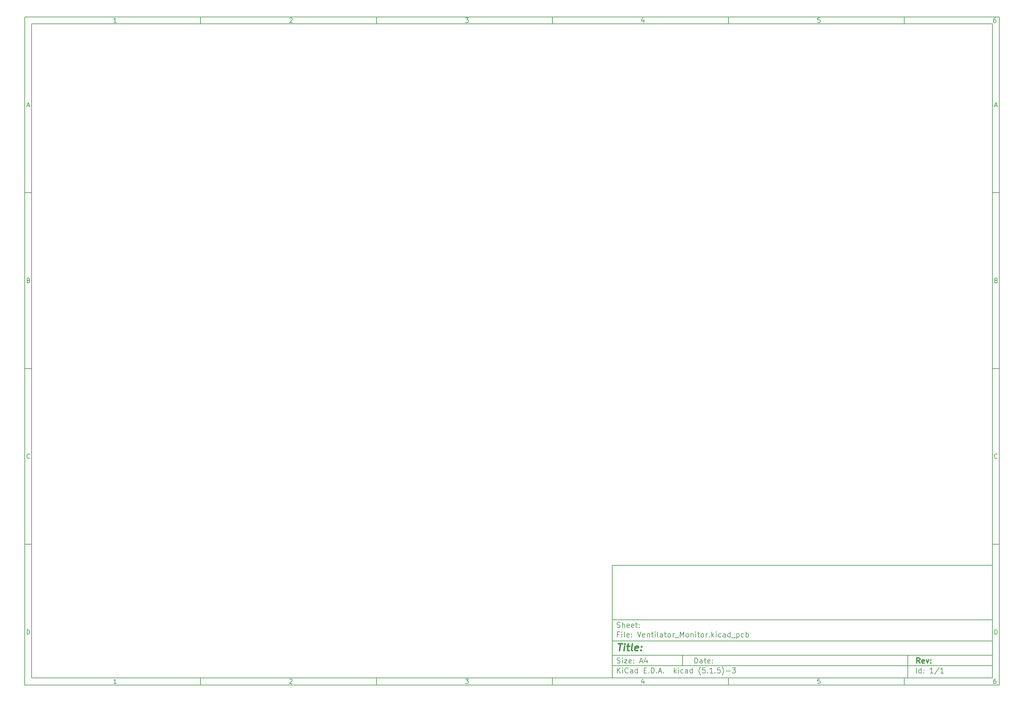
<source format=gbr>
G04 #@! TF.GenerationSoftware,KiCad,Pcbnew,(5.1.5)-3*
G04 #@! TF.CreationDate,2020-04-28T22:00:42-04:00*
G04 #@! TF.ProjectId,Ventilator_Monitor,56656e74-696c-4617-946f-725f4d6f6e69,rev?*
G04 #@! TF.SameCoordinates,Original*
G04 #@! TF.FileFunction,Paste,Top*
G04 #@! TF.FilePolarity,Positive*
%FSLAX46Y46*%
G04 Gerber Fmt 4.6, Leading zero omitted, Abs format (unit mm)*
G04 Created by KiCad (PCBNEW (5.1.5)-3) date 2020-04-28 22:00:42*
%MOMM*%
%LPD*%
G04 APERTURE LIST*
%ADD10C,0.100000*%
%ADD11C,0.150000*%
%ADD12C,0.300000*%
%ADD13C,0.400000*%
G04 APERTURE END LIST*
D10*
D11*
X177002200Y-166007200D02*
X177002200Y-198007200D01*
X285002200Y-198007200D01*
X285002200Y-166007200D01*
X177002200Y-166007200D01*
D10*
D11*
X10000000Y-10000000D02*
X10000000Y-200007200D01*
X287002200Y-200007200D01*
X287002200Y-10000000D01*
X10000000Y-10000000D01*
D10*
D11*
X12000000Y-12000000D02*
X12000000Y-198007200D01*
X285002200Y-198007200D01*
X285002200Y-12000000D01*
X12000000Y-12000000D01*
D10*
D11*
X60000000Y-12000000D02*
X60000000Y-10000000D01*
D10*
D11*
X110000000Y-12000000D02*
X110000000Y-10000000D01*
D10*
D11*
X160000000Y-12000000D02*
X160000000Y-10000000D01*
D10*
D11*
X210000000Y-12000000D02*
X210000000Y-10000000D01*
D10*
D11*
X260000000Y-12000000D02*
X260000000Y-10000000D01*
D10*
D11*
X36065476Y-11588095D02*
X35322619Y-11588095D01*
X35694047Y-11588095D02*
X35694047Y-10288095D01*
X35570238Y-10473809D01*
X35446428Y-10597619D01*
X35322619Y-10659523D01*
D10*
D11*
X85322619Y-10411904D02*
X85384523Y-10350000D01*
X85508333Y-10288095D01*
X85817857Y-10288095D01*
X85941666Y-10350000D01*
X86003571Y-10411904D01*
X86065476Y-10535714D01*
X86065476Y-10659523D01*
X86003571Y-10845238D01*
X85260714Y-11588095D01*
X86065476Y-11588095D01*
D10*
D11*
X135260714Y-10288095D02*
X136065476Y-10288095D01*
X135632142Y-10783333D01*
X135817857Y-10783333D01*
X135941666Y-10845238D01*
X136003571Y-10907142D01*
X136065476Y-11030952D01*
X136065476Y-11340476D01*
X136003571Y-11464285D01*
X135941666Y-11526190D01*
X135817857Y-11588095D01*
X135446428Y-11588095D01*
X135322619Y-11526190D01*
X135260714Y-11464285D01*
D10*
D11*
X185941666Y-10721428D02*
X185941666Y-11588095D01*
X185632142Y-10226190D02*
X185322619Y-11154761D01*
X186127380Y-11154761D01*
D10*
D11*
X236003571Y-10288095D02*
X235384523Y-10288095D01*
X235322619Y-10907142D01*
X235384523Y-10845238D01*
X235508333Y-10783333D01*
X235817857Y-10783333D01*
X235941666Y-10845238D01*
X236003571Y-10907142D01*
X236065476Y-11030952D01*
X236065476Y-11340476D01*
X236003571Y-11464285D01*
X235941666Y-11526190D01*
X235817857Y-11588095D01*
X235508333Y-11588095D01*
X235384523Y-11526190D01*
X235322619Y-11464285D01*
D10*
D11*
X285941666Y-10288095D02*
X285694047Y-10288095D01*
X285570238Y-10350000D01*
X285508333Y-10411904D01*
X285384523Y-10597619D01*
X285322619Y-10845238D01*
X285322619Y-11340476D01*
X285384523Y-11464285D01*
X285446428Y-11526190D01*
X285570238Y-11588095D01*
X285817857Y-11588095D01*
X285941666Y-11526190D01*
X286003571Y-11464285D01*
X286065476Y-11340476D01*
X286065476Y-11030952D01*
X286003571Y-10907142D01*
X285941666Y-10845238D01*
X285817857Y-10783333D01*
X285570238Y-10783333D01*
X285446428Y-10845238D01*
X285384523Y-10907142D01*
X285322619Y-11030952D01*
D10*
D11*
X60000000Y-198007200D02*
X60000000Y-200007200D01*
D10*
D11*
X110000000Y-198007200D02*
X110000000Y-200007200D01*
D10*
D11*
X160000000Y-198007200D02*
X160000000Y-200007200D01*
D10*
D11*
X210000000Y-198007200D02*
X210000000Y-200007200D01*
D10*
D11*
X260000000Y-198007200D02*
X260000000Y-200007200D01*
D10*
D11*
X36065476Y-199595295D02*
X35322619Y-199595295D01*
X35694047Y-199595295D02*
X35694047Y-198295295D01*
X35570238Y-198481009D01*
X35446428Y-198604819D01*
X35322619Y-198666723D01*
D10*
D11*
X85322619Y-198419104D02*
X85384523Y-198357200D01*
X85508333Y-198295295D01*
X85817857Y-198295295D01*
X85941666Y-198357200D01*
X86003571Y-198419104D01*
X86065476Y-198542914D01*
X86065476Y-198666723D01*
X86003571Y-198852438D01*
X85260714Y-199595295D01*
X86065476Y-199595295D01*
D10*
D11*
X135260714Y-198295295D02*
X136065476Y-198295295D01*
X135632142Y-198790533D01*
X135817857Y-198790533D01*
X135941666Y-198852438D01*
X136003571Y-198914342D01*
X136065476Y-199038152D01*
X136065476Y-199347676D01*
X136003571Y-199471485D01*
X135941666Y-199533390D01*
X135817857Y-199595295D01*
X135446428Y-199595295D01*
X135322619Y-199533390D01*
X135260714Y-199471485D01*
D10*
D11*
X185941666Y-198728628D02*
X185941666Y-199595295D01*
X185632142Y-198233390D02*
X185322619Y-199161961D01*
X186127380Y-199161961D01*
D10*
D11*
X236003571Y-198295295D02*
X235384523Y-198295295D01*
X235322619Y-198914342D01*
X235384523Y-198852438D01*
X235508333Y-198790533D01*
X235817857Y-198790533D01*
X235941666Y-198852438D01*
X236003571Y-198914342D01*
X236065476Y-199038152D01*
X236065476Y-199347676D01*
X236003571Y-199471485D01*
X235941666Y-199533390D01*
X235817857Y-199595295D01*
X235508333Y-199595295D01*
X235384523Y-199533390D01*
X235322619Y-199471485D01*
D10*
D11*
X285941666Y-198295295D02*
X285694047Y-198295295D01*
X285570238Y-198357200D01*
X285508333Y-198419104D01*
X285384523Y-198604819D01*
X285322619Y-198852438D01*
X285322619Y-199347676D01*
X285384523Y-199471485D01*
X285446428Y-199533390D01*
X285570238Y-199595295D01*
X285817857Y-199595295D01*
X285941666Y-199533390D01*
X286003571Y-199471485D01*
X286065476Y-199347676D01*
X286065476Y-199038152D01*
X286003571Y-198914342D01*
X285941666Y-198852438D01*
X285817857Y-198790533D01*
X285570238Y-198790533D01*
X285446428Y-198852438D01*
X285384523Y-198914342D01*
X285322619Y-199038152D01*
D10*
D11*
X10000000Y-60000000D02*
X12000000Y-60000000D01*
D10*
D11*
X10000000Y-110000000D02*
X12000000Y-110000000D01*
D10*
D11*
X10000000Y-160000000D02*
X12000000Y-160000000D01*
D10*
D11*
X10690476Y-35216666D02*
X11309523Y-35216666D01*
X10566666Y-35588095D02*
X11000000Y-34288095D01*
X11433333Y-35588095D01*
D10*
D11*
X11092857Y-84907142D02*
X11278571Y-84969047D01*
X11340476Y-85030952D01*
X11402380Y-85154761D01*
X11402380Y-85340476D01*
X11340476Y-85464285D01*
X11278571Y-85526190D01*
X11154761Y-85588095D01*
X10659523Y-85588095D01*
X10659523Y-84288095D01*
X11092857Y-84288095D01*
X11216666Y-84350000D01*
X11278571Y-84411904D01*
X11340476Y-84535714D01*
X11340476Y-84659523D01*
X11278571Y-84783333D01*
X11216666Y-84845238D01*
X11092857Y-84907142D01*
X10659523Y-84907142D01*
D10*
D11*
X11402380Y-135464285D02*
X11340476Y-135526190D01*
X11154761Y-135588095D01*
X11030952Y-135588095D01*
X10845238Y-135526190D01*
X10721428Y-135402380D01*
X10659523Y-135278571D01*
X10597619Y-135030952D01*
X10597619Y-134845238D01*
X10659523Y-134597619D01*
X10721428Y-134473809D01*
X10845238Y-134350000D01*
X11030952Y-134288095D01*
X11154761Y-134288095D01*
X11340476Y-134350000D01*
X11402380Y-134411904D01*
D10*
D11*
X10659523Y-185588095D02*
X10659523Y-184288095D01*
X10969047Y-184288095D01*
X11154761Y-184350000D01*
X11278571Y-184473809D01*
X11340476Y-184597619D01*
X11402380Y-184845238D01*
X11402380Y-185030952D01*
X11340476Y-185278571D01*
X11278571Y-185402380D01*
X11154761Y-185526190D01*
X10969047Y-185588095D01*
X10659523Y-185588095D01*
D10*
D11*
X287002200Y-60000000D02*
X285002200Y-60000000D01*
D10*
D11*
X287002200Y-110000000D02*
X285002200Y-110000000D01*
D10*
D11*
X287002200Y-160000000D02*
X285002200Y-160000000D01*
D10*
D11*
X285692676Y-35216666D02*
X286311723Y-35216666D01*
X285568866Y-35588095D02*
X286002200Y-34288095D01*
X286435533Y-35588095D01*
D10*
D11*
X286095057Y-84907142D02*
X286280771Y-84969047D01*
X286342676Y-85030952D01*
X286404580Y-85154761D01*
X286404580Y-85340476D01*
X286342676Y-85464285D01*
X286280771Y-85526190D01*
X286156961Y-85588095D01*
X285661723Y-85588095D01*
X285661723Y-84288095D01*
X286095057Y-84288095D01*
X286218866Y-84350000D01*
X286280771Y-84411904D01*
X286342676Y-84535714D01*
X286342676Y-84659523D01*
X286280771Y-84783333D01*
X286218866Y-84845238D01*
X286095057Y-84907142D01*
X285661723Y-84907142D01*
D10*
D11*
X286404580Y-135464285D02*
X286342676Y-135526190D01*
X286156961Y-135588095D01*
X286033152Y-135588095D01*
X285847438Y-135526190D01*
X285723628Y-135402380D01*
X285661723Y-135278571D01*
X285599819Y-135030952D01*
X285599819Y-134845238D01*
X285661723Y-134597619D01*
X285723628Y-134473809D01*
X285847438Y-134350000D01*
X286033152Y-134288095D01*
X286156961Y-134288095D01*
X286342676Y-134350000D01*
X286404580Y-134411904D01*
D10*
D11*
X285661723Y-185588095D02*
X285661723Y-184288095D01*
X285971247Y-184288095D01*
X286156961Y-184350000D01*
X286280771Y-184473809D01*
X286342676Y-184597619D01*
X286404580Y-184845238D01*
X286404580Y-185030952D01*
X286342676Y-185278571D01*
X286280771Y-185402380D01*
X286156961Y-185526190D01*
X285971247Y-185588095D01*
X285661723Y-185588095D01*
D10*
D11*
X200434342Y-193785771D02*
X200434342Y-192285771D01*
X200791485Y-192285771D01*
X201005771Y-192357200D01*
X201148628Y-192500057D01*
X201220057Y-192642914D01*
X201291485Y-192928628D01*
X201291485Y-193142914D01*
X201220057Y-193428628D01*
X201148628Y-193571485D01*
X201005771Y-193714342D01*
X200791485Y-193785771D01*
X200434342Y-193785771D01*
X202577200Y-193785771D02*
X202577200Y-193000057D01*
X202505771Y-192857200D01*
X202362914Y-192785771D01*
X202077200Y-192785771D01*
X201934342Y-192857200D01*
X202577200Y-193714342D02*
X202434342Y-193785771D01*
X202077200Y-193785771D01*
X201934342Y-193714342D01*
X201862914Y-193571485D01*
X201862914Y-193428628D01*
X201934342Y-193285771D01*
X202077200Y-193214342D01*
X202434342Y-193214342D01*
X202577200Y-193142914D01*
X203077200Y-192785771D02*
X203648628Y-192785771D01*
X203291485Y-192285771D02*
X203291485Y-193571485D01*
X203362914Y-193714342D01*
X203505771Y-193785771D01*
X203648628Y-193785771D01*
X204720057Y-193714342D02*
X204577200Y-193785771D01*
X204291485Y-193785771D01*
X204148628Y-193714342D01*
X204077200Y-193571485D01*
X204077200Y-193000057D01*
X204148628Y-192857200D01*
X204291485Y-192785771D01*
X204577200Y-192785771D01*
X204720057Y-192857200D01*
X204791485Y-193000057D01*
X204791485Y-193142914D01*
X204077200Y-193285771D01*
X205434342Y-193642914D02*
X205505771Y-193714342D01*
X205434342Y-193785771D01*
X205362914Y-193714342D01*
X205434342Y-193642914D01*
X205434342Y-193785771D01*
X205434342Y-192857200D02*
X205505771Y-192928628D01*
X205434342Y-193000057D01*
X205362914Y-192928628D01*
X205434342Y-192857200D01*
X205434342Y-193000057D01*
D10*
D11*
X177002200Y-194507200D02*
X285002200Y-194507200D01*
D10*
D11*
X178434342Y-196585771D02*
X178434342Y-195085771D01*
X179291485Y-196585771D02*
X178648628Y-195728628D01*
X179291485Y-195085771D02*
X178434342Y-195942914D01*
X179934342Y-196585771D02*
X179934342Y-195585771D01*
X179934342Y-195085771D02*
X179862914Y-195157200D01*
X179934342Y-195228628D01*
X180005771Y-195157200D01*
X179934342Y-195085771D01*
X179934342Y-195228628D01*
X181505771Y-196442914D02*
X181434342Y-196514342D01*
X181220057Y-196585771D01*
X181077200Y-196585771D01*
X180862914Y-196514342D01*
X180720057Y-196371485D01*
X180648628Y-196228628D01*
X180577200Y-195942914D01*
X180577200Y-195728628D01*
X180648628Y-195442914D01*
X180720057Y-195300057D01*
X180862914Y-195157200D01*
X181077200Y-195085771D01*
X181220057Y-195085771D01*
X181434342Y-195157200D01*
X181505771Y-195228628D01*
X182791485Y-196585771D02*
X182791485Y-195800057D01*
X182720057Y-195657200D01*
X182577200Y-195585771D01*
X182291485Y-195585771D01*
X182148628Y-195657200D01*
X182791485Y-196514342D02*
X182648628Y-196585771D01*
X182291485Y-196585771D01*
X182148628Y-196514342D01*
X182077200Y-196371485D01*
X182077200Y-196228628D01*
X182148628Y-196085771D01*
X182291485Y-196014342D01*
X182648628Y-196014342D01*
X182791485Y-195942914D01*
X184148628Y-196585771D02*
X184148628Y-195085771D01*
X184148628Y-196514342D02*
X184005771Y-196585771D01*
X183720057Y-196585771D01*
X183577200Y-196514342D01*
X183505771Y-196442914D01*
X183434342Y-196300057D01*
X183434342Y-195871485D01*
X183505771Y-195728628D01*
X183577200Y-195657200D01*
X183720057Y-195585771D01*
X184005771Y-195585771D01*
X184148628Y-195657200D01*
X186005771Y-195800057D02*
X186505771Y-195800057D01*
X186720057Y-196585771D02*
X186005771Y-196585771D01*
X186005771Y-195085771D01*
X186720057Y-195085771D01*
X187362914Y-196442914D02*
X187434342Y-196514342D01*
X187362914Y-196585771D01*
X187291485Y-196514342D01*
X187362914Y-196442914D01*
X187362914Y-196585771D01*
X188077200Y-196585771D02*
X188077200Y-195085771D01*
X188434342Y-195085771D01*
X188648628Y-195157200D01*
X188791485Y-195300057D01*
X188862914Y-195442914D01*
X188934342Y-195728628D01*
X188934342Y-195942914D01*
X188862914Y-196228628D01*
X188791485Y-196371485D01*
X188648628Y-196514342D01*
X188434342Y-196585771D01*
X188077200Y-196585771D01*
X189577200Y-196442914D02*
X189648628Y-196514342D01*
X189577200Y-196585771D01*
X189505771Y-196514342D01*
X189577200Y-196442914D01*
X189577200Y-196585771D01*
X190220057Y-196157200D02*
X190934342Y-196157200D01*
X190077200Y-196585771D02*
X190577200Y-195085771D01*
X191077200Y-196585771D01*
X191577200Y-196442914D02*
X191648628Y-196514342D01*
X191577200Y-196585771D01*
X191505771Y-196514342D01*
X191577200Y-196442914D01*
X191577200Y-196585771D01*
X194577200Y-196585771D02*
X194577200Y-195085771D01*
X194720057Y-196014342D02*
X195148628Y-196585771D01*
X195148628Y-195585771D02*
X194577200Y-196157200D01*
X195791485Y-196585771D02*
X195791485Y-195585771D01*
X195791485Y-195085771D02*
X195720057Y-195157200D01*
X195791485Y-195228628D01*
X195862914Y-195157200D01*
X195791485Y-195085771D01*
X195791485Y-195228628D01*
X197148628Y-196514342D02*
X197005771Y-196585771D01*
X196720057Y-196585771D01*
X196577200Y-196514342D01*
X196505771Y-196442914D01*
X196434342Y-196300057D01*
X196434342Y-195871485D01*
X196505771Y-195728628D01*
X196577200Y-195657200D01*
X196720057Y-195585771D01*
X197005771Y-195585771D01*
X197148628Y-195657200D01*
X198434342Y-196585771D02*
X198434342Y-195800057D01*
X198362914Y-195657200D01*
X198220057Y-195585771D01*
X197934342Y-195585771D01*
X197791485Y-195657200D01*
X198434342Y-196514342D02*
X198291485Y-196585771D01*
X197934342Y-196585771D01*
X197791485Y-196514342D01*
X197720057Y-196371485D01*
X197720057Y-196228628D01*
X197791485Y-196085771D01*
X197934342Y-196014342D01*
X198291485Y-196014342D01*
X198434342Y-195942914D01*
X199791485Y-196585771D02*
X199791485Y-195085771D01*
X199791485Y-196514342D02*
X199648628Y-196585771D01*
X199362914Y-196585771D01*
X199220057Y-196514342D01*
X199148628Y-196442914D01*
X199077200Y-196300057D01*
X199077200Y-195871485D01*
X199148628Y-195728628D01*
X199220057Y-195657200D01*
X199362914Y-195585771D01*
X199648628Y-195585771D01*
X199791485Y-195657200D01*
X202077200Y-197157200D02*
X202005771Y-197085771D01*
X201862914Y-196871485D01*
X201791485Y-196728628D01*
X201720057Y-196514342D01*
X201648628Y-196157200D01*
X201648628Y-195871485D01*
X201720057Y-195514342D01*
X201791485Y-195300057D01*
X201862914Y-195157200D01*
X202005771Y-194942914D01*
X202077200Y-194871485D01*
X203362914Y-195085771D02*
X202648628Y-195085771D01*
X202577200Y-195800057D01*
X202648628Y-195728628D01*
X202791485Y-195657200D01*
X203148628Y-195657200D01*
X203291485Y-195728628D01*
X203362914Y-195800057D01*
X203434342Y-195942914D01*
X203434342Y-196300057D01*
X203362914Y-196442914D01*
X203291485Y-196514342D01*
X203148628Y-196585771D01*
X202791485Y-196585771D01*
X202648628Y-196514342D01*
X202577200Y-196442914D01*
X204077200Y-196442914D02*
X204148628Y-196514342D01*
X204077200Y-196585771D01*
X204005771Y-196514342D01*
X204077200Y-196442914D01*
X204077200Y-196585771D01*
X205577200Y-196585771D02*
X204720057Y-196585771D01*
X205148628Y-196585771D02*
X205148628Y-195085771D01*
X205005771Y-195300057D01*
X204862914Y-195442914D01*
X204720057Y-195514342D01*
X206220057Y-196442914D02*
X206291485Y-196514342D01*
X206220057Y-196585771D01*
X206148628Y-196514342D01*
X206220057Y-196442914D01*
X206220057Y-196585771D01*
X207648628Y-195085771D02*
X206934342Y-195085771D01*
X206862914Y-195800057D01*
X206934342Y-195728628D01*
X207077200Y-195657200D01*
X207434342Y-195657200D01*
X207577200Y-195728628D01*
X207648628Y-195800057D01*
X207720057Y-195942914D01*
X207720057Y-196300057D01*
X207648628Y-196442914D01*
X207577200Y-196514342D01*
X207434342Y-196585771D01*
X207077200Y-196585771D01*
X206934342Y-196514342D01*
X206862914Y-196442914D01*
X208220057Y-197157200D02*
X208291485Y-197085771D01*
X208434342Y-196871485D01*
X208505771Y-196728628D01*
X208577200Y-196514342D01*
X208648628Y-196157200D01*
X208648628Y-195871485D01*
X208577200Y-195514342D01*
X208505771Y-195300057D01*
X208434342Y-195157200D01*
X208291485Y-194942914D01*
X208220057Y-194871485D01*
X209362914Y-196014342D02*
X210505771Y-196014342D01*
X211077200Y-195085771D02*
X212005771Y-195085771D01*
X211505771Y-195657200D01*
X211720057Y-195657200D01*
X211862914Y-195728628D01*
X211934342Y-195800057D01*
X212005771Y-195942914D01*
X212005771Y-196300057D01*
X211934342Y-196442914D01*
X211862914Y-196514342D01*
X211720057Y-196585771D01*
X211291485Y-196585771D01*
X211148628Y-196514342D01*
X211077200Y-196442914D01*
D10*
D11*
X177002200Y-191507200D02*
X285002200Y-191507200D01*
D10*
D12*
X264411485Y-193785771D02*
X263911485Y-193071485D01*
X263554342Y-193785771D02*
X263554342Y-192285771D01*
X264125771Y-192285771D01*
X264268628Y-192357200D01*
X264340057Y-192428628D01*
X264411485Y-192571485D01*
X264411485Y-192785771D01*
X264340057Y-192928628D01*
X264268628Y-193000057D01*
X264125771Y-193071485D01*
X263554342Y-193071485D01*
X265625771Y-193714342D02*
X265482914Y-193785771D01*
X265197200Y-193785771D01*
X265054342Y-193714342D01*
X264982914Y-193571485D01*
X264982914Y-193000057D01*
X265054342Y-192857200D01*
X265197200Y-192785771D01*
X265482914Y-192785771D01*
X265625771Y-192857200D01*
X265697200Y-193000057D01*
X265697200Y-193142914D01*
X264982914Y-193285771D01*
X266197200Y-192785771D02*
X266554342Y-193785771D01*
X266911485Y-192785771D01*
X267482914Y-193642914D02*
X267554342Y-193714342D01*
X267482914Y-193785771D01*
X267411485Y-193714342D01*
X267482914Y-193642914D01*
X267482914Y-193785771D01*
X267482914Y-192857200D02*
X267554342Y-192928628D01*
X267482914Y-193000057D01*
X267411485Y-192928628D01*
X267482914Y-192857200D01*
X267482914Y-193000057D01*
D10*
D11*
X178362914Y-193714342D02*
X178577200Y-193785771D01*
X178934342Y-193785771D01*
X179077200Y-193714342D01*
X179148628Y-193642914D01*
X179220057Y-193500057D01*
X179220057Y-193357200D01*
X179148628Y-193214342D01*
X179077200Y-193142914D01*
X178934342Y-193071485D01*
X178648628Y-193000057D01*
X178505771Y-192928628D01*
X178434342Y-192857200D01*
X178362914Y-192714342D01*
X178362914Y-192571485D01*
X178434342Y-192428628D01*
X178505771Y-192357200D01*
X178648628Y-192285771D01*
X179005771Y-192285771D01*
X179220057Y-192357200D01*
X179862914Y-193785771D02*
X179862914Y-192785771D01*
X179862914Y-192285771D02*
X179791485Y-192357200D01*
X179862914Y-192428628D01*
X179934342Y-192357200D01*
X179862914Y-192285771D01*
X179862914Y-192428628D01*
X180434342Y-192785771D02*
X181220057Y-192785771D01*
X180434342Y-193785771D01*
X181220057Y-193785771D01*
X182362914Y-193714342D02*
X182220057Y-193785771D01*
X181934342Y-193785771D01*
X181791485Y-193714342D01*
X181720057Y-193571485D01*
X181720057Y-193000057D01*
X181791485Y-192857200D01*
X181934342Y-192785771D01*
X182220057Y-192785771D01*
X182362914Y-192857200D01*
X182434342Y-193000057D01*
X182434342Y-193142914D01*
X181720057Y-193285771D01*
X183077200Y-193642914D02*
X183148628Y-193714342D01*
X183077200Y-193785771D01*
X183005771Y-193714342D01*
X183077200Y-193642914D01*
X183077200Y-193785771D01*
X183077200Y-192857200D02*
X183148628Y-192928628D01*
X183077200Y-193000057D01*
X183005771Y-192928628D01*
X183077200Y-192857200D01*
X183077200Y-193000057D01*
X184862914Y-193357200D02*
X185577200Y-193357200D01*
X184720057Y-193785771D02*
X185220057Y-192285771D01*
X185720057Y-193785771D01*
X186862914Y-192785771D02*
X186862914Y-193785771D01*
X186505771Y-192214342D02*
X186148628Y-193285771D01*
X187077200Y-193285771D01*
D10*
D11*
X263434342Y-196585771D02*
X263434342Y-195085771D01*
X264791485Y-196585771D02*
X264791485Y-195085771D01*
X264791485Y-196514342D02*
X264648628Y-196585771D01*
X264362914Y-196585771D01*
X264220057Y-196514342D01*
X264148628Y-196442914D01*
X264077200Y-196300057D01*
X264077200Y-195871485D01*
X264148628Y-195728628D01*
X264220057Y-195657200D01*
X264362914Y-195585771D01*
X264648628Y-195585771D01*
X264791485Y-195657200D01*
X265505771Y-196442914D02*
X265577200Y-196514342D01*
X265505771Y-196585771D01*
X265434342Y-196514342D01*
X265505771Y-196442914D01*
X265505771Y-196585771D01*
X265505771Y-195657200D02*
X265577200Y-195728628D01*
X265505771Y-195800057D01*
X265434342Y-195728628D01*
X265505771Y-195657200D01*
X265505771Y-195800057D01*
X268148628Y-196585771D02*
X267291485Y-196585771D01*
X267720057Y-196585771D02*
X267720057Y-195085771D01*
X267577200Y-195300057D01*
X267434342Y-195442914D01*
X267291485Y-195514342D01*
X269862914Y-195014342D02*
X268577200Y-196942914D01*
X271148628Y-196585771D02*
X270291485Y-196585771D01*
X270720057Y-196585771D02*
X270720057Y-195085771D01*
X270577200Y-195300057D01*
X270434342Y-195442914D01*
X270291485Y-195514342D01*
D10*
D11*
X177002200Y-187507200D02*
X285002200Y-187507200D01*
D10*
D13*
X178714580Y-188211961D02*
X179857438Y-188211961D01*
X179036009Y-190211961D02*
X179286009Y-188211961D01*
X180274104Y-190211961D02*
X180440771Y-188878628D01*
X180524104Y-188211961D02*
X180416961Y-188307200D01*
X180500295Y-188402438D01*
X180607438Y-188307200D01*
X180524104Y-188211961D01*
X180500295Y-188402438D01*
X181107438Y-188878628D02*
X181869342Y-188878628D01*
X181476485Y-188211961D02*
X181262200Y-189926247D01*
X181333628Y-190116723D01*
X181512200Y-190211961D01*
X181702676Y-190211961D01*
X182655057Y-190211961D02*
X182476485Y-190116723D01*
X182405057Y-189926247D01*
X182619342Y-188211961D01*
X184190771Y-190116723D02*
X183988390Y-190211961D01*
X183607438Y-190211961D01*
X183428866Y-190116723D01*
X183357438Y-189926247D01*
X183452676Y-189164342D01*
X183571723Y-188973866D01*
X183774104Y-188878628D01*
X184155057Y-188878628D01*
X184333628Y-188973866D01*
X184405057Y-189164342D01*
X184381247Y-189354819D01*
X183405057Y-189545295D01*
X185155057Y-190021485D02*
X185238390Y-190116723D01*
X185131247Y-190211961D01*
X185047914Y-190116723D01*
X185155057Y-190021485D01*
X185131247Y-190211961D01*
X185286009Y-188973866D02*
X185369342Y-189069104D01*
X185262200Y-189164342D01*
X185178866Y-189069104D01*
X185286009Y-188973866D01*
X185262200Y-189164342D01*
D10*
D11*
X178934342Y-185600057D02*
X178434342Y-185600057D01*
X178434342Y-186385771D02*
X178434342Y-184885771D01*
X179148628Y-184885771D01*
X179720057Y-186385771D02*
X179720057Y-185385771D01*
X179720057Y-184885771D02*
X179648628Y-184957200D01*
X179720057Y-185028628D01*
X179791485Y-184957200D01*
X179720057Y-184885771D01*
X179720057Y-185028628D01*
X180648628Y-186385771D02*
X180505771Y-186314342D01*
X180434342Y-186171485D01*
X180434342Y-184885771D01*
X181791485Y-186314342D02*
X181648628Y-186385771D01*
X181362914Y-186385771D01*
X181220057Y-186314342D01*
X181148628Y-186171485D01*
X181148628Y-185600057D01*
X181220057Y-185457200D01*
X181362914Y-185385771D01*
X181648628Y-185385771D01*
X181791485Y-185457200D01*
X181862914Y-185600057D01*
X181862914Y-185742914D01*
X181148628Y-185885771D01*
X182505771Y-186242914D02*
X182577200Y-186314342D01*
X182505771Y-186385771D01*
X182434342Y-186314342D01*
X182505771Y-186242914D01*
X182505771Y-186385771D01*
X182505771Y-185457200D02*
X182577200Y-185528628D01*
X182505771Y-185600057D01*
X182434342Y-185528628D01*
X182505771Y-185457200D01*
X182505771Y-185600057D01*
X184148628Y-184885771D02*
X184648628Y-186385771D01*
X185148628Y-184885771D01*
X186220057Y-186314342D02*
X186077200Y-186385771D01*
X185791485Y-186385771D01*
X185648628Y-186314342D01*
X185577200Y-186171485D01*
X185577200Y-185600057D01*
X185648628Y-185457200D01*
X185791485Y-185385771D01*
X186077200Y-185385771D01*
X186220057Y-185457200D01*
X186291485Y-185600057D01*
X186291485Y-185742914D01*
X185577200Y-185885771D01*
X186934342Y-185385771D02*
X186934342Y-186385771D01*
X186934342Y-185528628D02*
X187005771Y-185457200D01*
X187148628Y-185385771D01*
X187362914Y-185385771D01*
X187505771Y-185457200D01*
X187577200Y-185600057D01*
X187577200Y-186385771D01*
X188077200Y-185385771D02*
X188648628Y-185385771D01*
X188291485Y-184885771D02*
X188291485Y-186171485D01*
X188362914Y-186314342D01*
X188505771Y-186385771D01*
X188648628Y-186385771D01*
X189148628Y-186385771D02*
X189148628Y-185385771D01*
X189148628Y-184885771D02*
X189077200Y-184957200D01*
X189148628Y-185028628D01*
X189220057Y-184957200D01*
X189148628Y-184885771D01*
X189148628Y-185028628D01*
X190077200Y-186385771D02*
X189934342Y-186314342D01*
X189862914Y-186171485D01*
X189862914Y-184885771D01*
X191291485Y-186385771D02*
X191291485Y-185600057D01*
X191220057Y-185457200D01*
X191077200Y-185385771D01*
X190791485Y-185385771D01*
X190648628Y-185457200D01*
X191291485Y-186314342D02*
X191148628Y-186385771D01*
X190791485Y-186385771D01*
X190648628Y-186314342D01*
X190577200Y-186171485D01*
X190577200Y-186028628D01*
X190648628Y-185885771D01*
X190791485Y-185814342D01*
X191148628Y-185814342D01*
X191291485Y-185742914D01*
X191791485Y-185385771D02*
X192362914Y-185385771D01*
X192005771Y-184885771D02*
X192005771Y-186171485D01*
X192077200Y-186314342D01*
X192220057Y-186385771D01*
X192362914Y-186385771D01*
X193077200Y-186385771D02*
X192934342Y-186314342D01*
X192862914Y-186242914D01*
X192791485Y-186100057D01*
X192791485Y-185671485D01*
X192862914Y-185528628D01*
X192934342Y-185457200D01*
X193077200Y-185385771D01*
X193291485Y-185385771D01*
X193434342Y-185457200D01*
X193505771Y-185528628D01*
X193577200Y-185671485D01*
X193577200Y-186100057D01*
X193505771Y-186242914D01*
X193434342Y-186314342D01*
X193291485Y-186385771D01*
X193077200Y-186385771D01*
X194220057Y-186385771D02*
X194220057Y-185385771D01*
X194220057Y-185671485D02*
X194291485Y-185528628D01*
X194362914Y-185457200D01*
X194505771Y-185385771D01*
X194648628Y-185385771D01*
X194791485Y-186528628D02*
X195934342Y-186528628D01*
X196291485Y-186385771D02*
X196291485Y-184885771D01*
X196791485Y-185957200D01*
X197291485Y-184885771D01*
X197291485Y-186385771D01*
X198220057Y-186385771D02*
X198077200Y-186314342D01*
X198005771Y-186242914D01*
X197934342Y-186100057D01*
X197934342Y-185671485D01*
X198005771Y-185528628D01*
X198077200Y-185457200D01*
X198220057Y-185385771D01*
X198434342Y-185385771D01*
X198577200Y-185457200D01*
X198648628Y-185528628D01*
X198720057Y-185671485D01*
X198720057Y-186100057D01*
X198648628Y-186242914D01*
X198577200Y-186314342D01*
X198434342Y-186385771D01*
X198220057Y-186385771D01*
X199362914Y-185385771D02*
X199362914Y-186385771D01*
X199362914Y-185528628D02*
X199434342Y-185457200D01*
X199577200Y-185385771D01*
X199791485Y-185385771D01*
X199934342Y-185457200D01*
X200005771Y-185600057D01*
X200005771Y-186385771D01*
X200720057Y-186385771D02*
X200720057Y-185385771D01*
X200720057Y-184885771D02*
X200648628Y-184957200D01*
X200720057Y-185028628D01*
X200791485Y-184957200D01*
X200720057Y-184885771D01*
X200720057Y-185028628D01*
X201220057Y-185385771D02*
X201791485Y-185385771D01*
X201434342Y-184885771D02*
X201434342Y-186171485D01*
X201505771Y-186314342D01*
X201648628Y-186385771D01*
X201791485Y-186385771D01*
X202505771Y-186385771D02*
X202362914Y-186314342D01*
X202291485Y-186242914D01*
X202220057Y-186100057D01*
X202220057Y-185671485D01*
X202291485Y-185528628D01*
X202362914Y-185457200D01*
X202505771Y-185385771D01*
X202720057Y-185385771D01*
X202862914Y-185457200D01*
X202934342Y-185528628D01*
X203005771Y-185671485D01*
X203005771Y-186100057D01*
X202934342Y-186242914D01*
X202862914Y-186314342D01*
X202720057Y-186385771D01*
X202505771Y-186385771D01*
X203648628Y-186385771D02*
X203648628Y-185385771D01*
X203648628Y-185671485D02*
X203720057Y-185528628D01*
X203791485Y-185457200D01*
X203934342Y-185385771D01*
X204077200Y-185385771D01*
X204577200Y-186242914D02*
X204648628Y-186314342D01*
X204577200Y-186385771D01*
X204505771Y-186314342D01*
X204577200Y-186242914D01*
X204577200Y-186385771D01*
X205291485Y-186385771D02*
X205291485Y-184885771D01*
X205434342Y-185814342D02*
X205862914Y-186385771D01*
X205862914Y-185385771D02*
X205291485Y-185957200D01*
X206505771Y-186385771D02*
X206505771Y-185385771D01*
X206505771Y-184885771D02*
X206434342Y-184957200D01*
X206505771Y-185028628D01*
X206577200Y-184957200D01*
X206505771Y-184885771D01*
X206505771Y-185028628D01*
X207862914Y-186314342D02*
X207720057Y-186385771D01*
X207434342Y-186385771D01*
X207291485Y-186314342D01*
X207220057Y-186242914D01*
X207148628Y-186100057D01*
X207148628Y-185671485D01*
X207220057Y-185528628D01*
X207291485Y-185457200D01*
X207434342Y-185385771D01*
X207720057Y-185385771D01*
X207862914Y-185457200D01*
X209148628Y-186385771D02*
X209148628Y-185600057D01*
X209077200Y-185457200D01*
X208934342Y-185385771D01*
X208648628Y-185385771D01*
X208505771Y-185457200D01*
X209148628Y-186314342D02*
X209005771Y-186385771D01*
X208648628Y-186385771D01*
X208505771Y-186314342D01*
X208434342Y-186171485D01*
X208434342Y-186028628D01*
X208505771Y-185885771D01*
X208648628Y-185814342D01*
X209005771Y-185814342D01*
X209148628Y-185742914D01*
X210505771Y-186385771D02*
X210505771Y-184885771D01*
X210505771Y-186314342D02*
X210362914Y-186385771D01*
X210077200Y-186385771D01*
X209934342Y-186314342D01*
X209862914Y-186242914D01*
X209791485Y-186100057D01*
X209791485Y-185671485D01*
X209862914Y-185528628D01*
X209934342Y-185457200D01*
X210077200Y-185385771D01*
X210362914Y-185385771D01*
X210505771Y-185457200D01*
X210862914Y-186528628D02*
X212005771Y-186528628D01*
X212362914Y-185385771D02*
X212362914Y-186885771D01*
X212362914Y-185457200D02*
X212505771Y-185385771D01*
X212791485Y-185385771D01*
X212934342Y-185457200D01*
X213005771Y-185528628D01*
X213077200Y-185671485D01*
X213077200Y-186100057D01*
X213005771Y-186242914D01*
X212934342Y-186314342D01*
X212791485Y-186385771D01*
X212505771Y-186385771D01*
X212362914Y-186314342D01*
X214362914Y-186314342D02*
X214220057Y-186385771D01*
X213934342Y-186385771D01*
X213791485Y-186314342D01*
X213720057Y-186242914D01*
X213648628Y-186100057D01*
X213648628Y-185671485D01*
X213720057Y-185528628D01*
X213791485Y-185457200D01*
X213934342Y-185385771D01*
X214220057Y-185385771D01*
X214362914Y-185457200D01*
X215005771Y-186385771D02*
X215005771Y-184885771D01*
X215005771Y-185457200D02*
X215148628Y-185385771D01*
X215434342Y-185385771D01*
X215577200Y-185457200D01*
X215648628Y-185528628D01*
X215720057Y-185671485D01*
X215720057Y-186100057D01*
X215648628Y-186242914D01*
X215577200Y-186314342D01*
X215434342Y-186385771D01*
X215148628Y-186385771D01*
X215005771Y-186314342D01*
D10*
D11*
X177002200Y-181507200D02*
X285002200Y-181507200D01*
D10*
D11*
X178362914Y-183614342D02*
X178577200Y-183685771D01*
X178934342Y-183685771D01*
X179077200Y-183614342D01*
X179148628Y-183542914D01*
X179220057Y-183400057D01*
X179220057Y-183257200D01*
X179148628Y-183114342D01*
X179077200Y-183042914D01*
X178934342Y-182971485D01*
X178648628Y-182900057D01*
X178505771Y-182828628D01*
X178434342Y-182757200D01*
X178362914Y-182614342D01*
X178362914Y-182471485D01*
X178434342Y-182328628D01*
X178505771Y-182257200D01*
X178648628Y-182185771D01*
X179005771Y-182185771D01*
X179220057Y-182257200D01*
X179862914Y-183685771D02*
X179862914Y-182185771D01*
X180505771Y-183685771D02*
X180505771Y-182900057D01*
X180434342Y-182757200D01*
X180291485Y-182685771D01*
X180077200Y-182685771D01*
X179934342Y-182757200D01*
X179862914Y-182828628D01*
X181791485Y-183614342D02*
X181648628Y-183685771D01*
X181362914Y-183685771D01*
X181220057Y-183614342D01*
X181148628Y-183471485D01*
X181148628Y-182900057D01*
X181220057Y-182757200D01*
X181362914Y-182685771D01*
X181648628Y-182685771D01*
X181791485Y-182757200D01*
X181862914Y-182900057D01*
X181862914Y-183042914D01*
X181148628Y-183185771D01*
X183077200Y-183614342D02*
X182934342Y-183685771D01*
X182648628Y-183685771D01*
X182505771Y-183614342D01*
X182434342Y-183471485D01*
X182434342Y-182900057D01*
X182505771Y-182757200D01*
X182648628Y-182685771D01*
X182934342Y-182685771D01*
X183077200Y-182757200D01*
X183148628Y-182900057D01*
X183148628Y-183042914D01*
X182434342Y-183185771D01*
X183577200Y-182685771D02*
X184148628Y-182685771D01*
X183791485Y-182185771D02*
X183791485Y-183471485D01*
X183862914Y-183614342D01*
X184005771Y-183685771D01*
X184148628Y-183685771D01*
X184648628Y-183542914D02*
X184720057Y-183614342D01*
X184648628Y-183685771D01*
X184577200Y-183614342D01*
X184648628Y-183542914D01*
X184648628Y-183685771D01*
X184648628Y-182757200D02*
X184720057Y-182828628D01*
X184648628Y-182900057D01*
X184577200Y-182828628D01*
X184648628Y-182757200D01*
X184648628Y-182900057D01*
D10*
D11*
X197002200Y-191507200D02*
X197002200Y-194507200D01*
D10*
D11*
X261002200Y-191507200D02*
X261002200Y-198007200D01*
M02*

</source>
